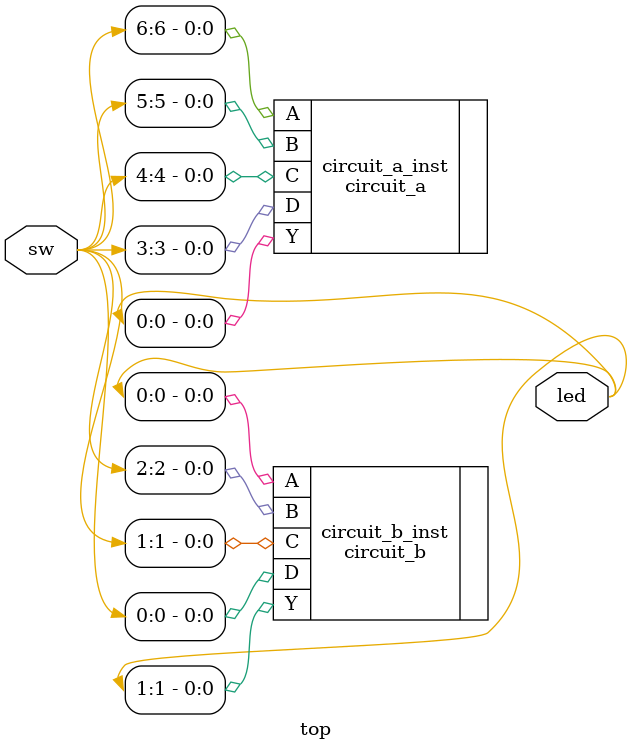
<source format=v>
module top( // Implement top level module
	input [6:0] sw,
	output [1:0] led
);
//	wire out;
//	assign led[0] = out;

	circuit_a circuit_a_inst(
		.A(sw[6]),
		.B(sw[5]),
		.C(sw[4]),
		.D(sw[3]),
		.Y(led[0])
	);
	
	circuit_b circuit_b_inst(
//		.A(circuit_a_inst.Y),
//		.A(out),
		.A(led[0]),
		.B(sw[2]),
		.C(sw[1]),
		.D(sw[0]),
		.Y(led[1])
	);
		
endmodule
</source>
